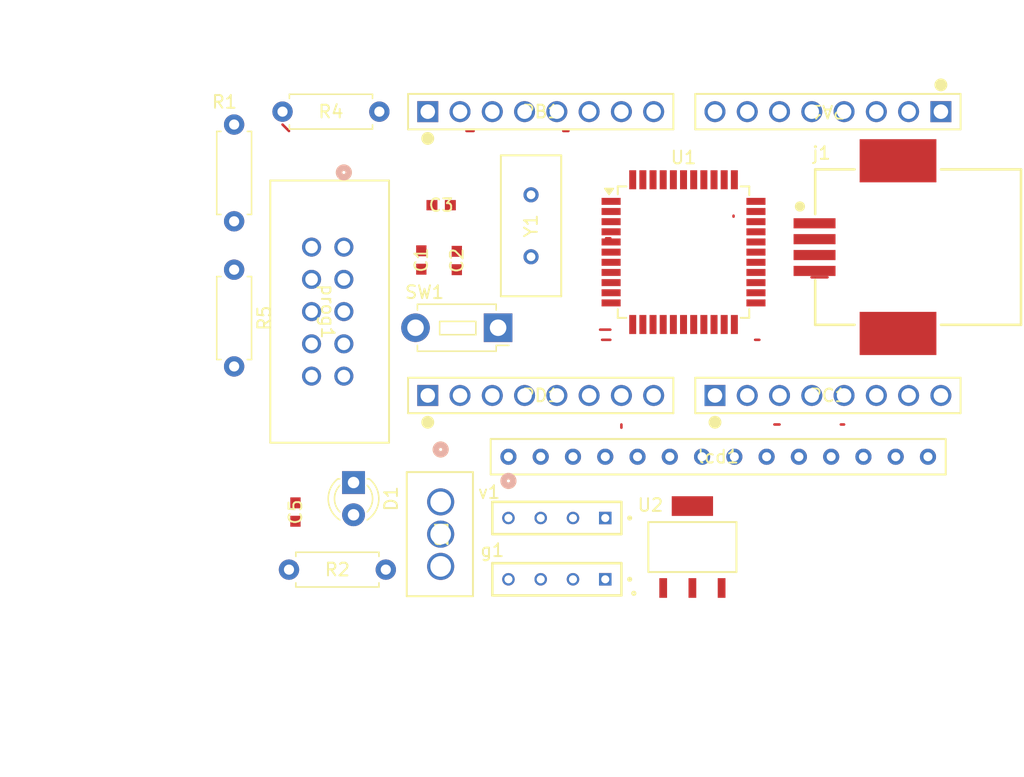
<source format=kicad_pcb>
(kicad_pcb (version 20240108) (generator "pcbnew") (generator_version "8.0")
  (layers (0 "F.Cu" signal) (31 "B.Cu" signal) (34 "B.Paste" user) (35 "F.Paste" user) (36 "B.SilkS" user "B.Silkscreen") (37 "F.SilkS" user "F.Silkscreen") (38 "B.Mask" user) (39 "F.Mask" user) (44 "Edge.Cuts" user))
  (net 0 "")
  (net 1 "/RESET")
  (net 2 "+5")
  (net 3 "Net-(D1-A)")
  (net 4 "Net-(U1-PB4_(~{SS}))")
  (net 5 "/MOSI")
  (net 6 "GND")
  (net 7 "/EN")
  (net 8 "/D2")
  (net 9 "/D6")
  (net 10 "Net-(U1-PD3_(INT1))")
  (net 11 "/D7")
  (net 12 "Net-(U1-PD2_(INT0))")
  (net 13 "Net-(U1-PB1_(T1))")
  (net 14 "/D5")
  (net 15 "Net-(U1-PA5_(ADC5))")
  (net 16 "Net-(U1-PA3_(ADC3))")
  (net 17 "/D4")
  (net 18 "Net-(U1-PB3_(OC0{slash}AIN1))")
  (net 19 "Net-(U1-PB0_(XCK{slash}T0))")
  (net 20 "/D3")
  (net 21 "Net-(U1-PD4_(OC1B))")
  (net 22 "/RS")
  (net 23 "Net-(U1-PB2_(INT2{slash}AIN0))")
  (net 24 "Net-(U1-PA0_(ADC0))")
  (net 25 "/MISO")
  (net 26 "/DO")
  (net 27 "/SCK")
  (net 28 "Net-(U1-XTAL2)")
  (net 29 "Net-(U1-PD1_(TXD))")
  (net 30 "/D1")
  (net 31 "Net-(U1-AREF)")
  (net 32 "Net-(U1-XTAL1)")
  (net 33 "Net-(U1-PA6_(ADC6))")
  (net 34 "Net-(U1-PA2_(ADC2))")
  (net 35 "/RW")
  (net 36 "Net-(U1-PA1_(ADC1))")
  (net 37 "Net-(U1-PD0_(RXD))")
  (net 38 "Net-(U1-PA7_(ADC7))")
  (net 39 "Net-(U1-PA4_(ADC4))")
  (net 40 "Net-(U2-IN)")
  (net 41 "Net-(R3-WIPER)")
  (net 43 "unconnected-(j1-D--Pad2)")
  (footprint "J_footprints:CONN_SBH11-PBPC-D05-ST-BK_SUL" (layer "F.Cu") (at 144.018 52.07 -90)
    (property "Reference" "prog1" (at 5.08 1.27 -90) (layer "F.SilkS"))
    (property "Value" "~")
    (fp_circle (center -5.8801 0) (end -5.4991 0) (stroke (width 0.508)) (fill none) (layer "B.SilkS"))
    (fp_line (start -5.2451 5.7912) (end 15.4051 5.7912) (stroke (width 0.1524)) (layer "F.SilkS"))
    (fp_line (start 15.4051 5.7912) (end 15.4051 -3.556) (stroke (width 0.1524)) (layer "F.SilkS"))
    (fp_line (start -5.2451 -3.556) (end -5.2451 5.7912) (stroke (width 0.1524)) (layer "F.SilkS"))
    (fp_line (start 15.4051 -3.556) (end -5.2451 -3.556) (stroke (width 0.1524)) (layer "F.SilkS"))
    (fp_circle (center -5.8801 0) (end -5.4991 0) (stroke (width 0.508)) (fill none) (layer "F.SilkS"))
    (pad "1" thru_hole circle (at 0 0 270) (size 1.4986 1.4986) (drill 0.9906) (layers "*.Cu" "*.Mask") (net 5 "/MOSI"))
    (pad "2" thru_hole circle (at 0 2.54 270) (size 1.4986 1.4986) (drill 0.9906) (layers "*.Cu" "*.Mask") (net 2 "+5"))
    (pad "3" thru_hole circle (at 2.54 0 270) (size 1.4986 1.4986) (drill 0.9906) (layers "*.Cu" "*.Mask"))
    (pad "4" thru_hole circle (at 2.54 2.54 270) (size 1.4986 1.4986) (drill 0.9906) (layers "*.Cu" "*.Mask") (net 6 "GND"))
    (pad "5" thru_hole circle (at 5.08 0 270) (size 1.4986 1.4986) (drill 0.9906) (layers "*.Cu" "*.Mask") (net 1 "/RESET"))
    (pad "6" thru_hole circle (at 5.08 2.54 270) (size 1.4986 1.4986) (drill 0.9906) (layers "*.Cu" "*.Mask") (net 6 "GND"))
    (pad "7" thru_hole circle (at 7.62 0 270) (size 1.4986 1.4986) (drill 0.9906) (layers "*.Cu" "*.Mask") (net 27 "/SCK"))
    (pad "8" thru_hole circle (at 7.62 2.54 270) (size 1.4986 1.4986) (drill 0.9906) (layers "*.Cu" "*.Mask") (net 6 "GND"))
    (pad "9" thru_hole circle (at 10.16 0 270) (size 1.4986 1.4986) (drill 0.9906) (layers "*.Cu" "*.Mask") (net 25 "/MISO"))
    (pad "10" thru_hole circle (at 10.16 2.54 270) (size 1.4986 1.4986) (drill 0.9906) (layers "*.Cu" "*.Mask") (net 6 "GND"))
  )
  (footprint "J_footprints:G-188_MUR" (layer "F.Cu") (at 151.6761 48.768)
    (property "Reference" "C3" (at 0 0 0) (layer "F.SilkS"))
    (property "Value" "Capacitor 100nF +/-20% 25V 0402")
    (pad "1" smd rect (at -0.7239 0) (size 0.8636 0.8128) (layers "F.Cu" "F.Paste" "F.Mask") (net 6 "GND"))
    (pad "2" smd rect (at 0.7239 0) (size 0.8636 0.8128) (layers "F.Cu" "F.Paste" "F.Mask") (net 31 "Net-(U1-AREF)"))
  )
  (footprint "J_footprints:CONN8_61300811121_WRE" (layer "F.Cu") (at 191.008 41.402 180)
    (property "Reference" "PA1" (at 8.89 0 180) (layer "F.SilkS"))
    (property "Value" "~")
    (fp_line (start 19.3294 1.397) (end 19.3294 -1.397) (stroke (width 0.1524)) (layer "F.SilkS"))
    (fp_line (start 19.3294 -1.397) (end -1.5494 -1.397) (stroke (width 0.1524)) (layer "F.SilkS"))
    (fp_line (start -1.5494 1.397) (end 19.3294 1.397) (stroke (width 0.1524)) (layer "F.SilkS"))
    (fp_line (start -1.5494 -1.397) (end -1.5494 1.397) (stroke (width 0.1524)) (layer "F.SilkS"))
    (fp_circle (center 0 2.1082) (end 0.254 2.1082) (stroke (width 0.508)) (fill none) (layer "F.SilkS"))
    (pad "1" thru_hole rect (at 0 0 180) (size 1.651 1.651) (drill 1.143) (layers "*.Cu" "*.Mask") (net 38 "Net-(U1-PA7_(ADC7))"))
    (pad "2" thru_hole circle (at 2.54 0 180) (size 1.651 1.651) (drill 1.143) (layers "*.Cu" "*.Mask") (net 33 "Net-(U1-PA6_(ADC6))"))
    (pad "3" thru_hole circle (at 5.08 0 180) (size 1.651 1.651) (drill 1.143) (layers "*.Cu" "*.Mask") (net 15 "Net-(U1-PA5_(ADC5))"))
    (pad "4" thru_hole circle (at 7.62 0 180) (size 1.651 1.651) (drill 1.143) (layers "*.Cu" "*.Mask") (net 39 "Net-(U1-PA4_(ADC4))"))
    (pad "5" thru_hole circle (at 10.16 0 180) (size 1.651 1.651) (drill 1.143) (layers "*.Cu" "*.Mask") (net 16 "Net-(U1-PA3_(ADC3))"))
    (pad "6" thru_hole circle (at 12.7 0 180) (size 1.651 1.651) (drill 1.143) (layers "*.Cu" "*.Mask") (net 34 "Net-(U1-PA2_(ADC2))"))
    (pad "7" thru_hole circle (at 15.24 0 180) (size 1.651 1.651) (drill 1.143) (layers "*.Cu" "*.Mask") (net 36 "Net-(U1-PA1_(ADC1))"))
    (pad "8" thru_hole circle (at 17.78 0 180) (size 1.651 1.651) (drill 1.143) (layers "*.Cu" "*.Mask") (net 24 "Net-(U1-PA0_(ADC0))"))
  )
  (footprint "J_footprints:RES3_PV36W103C01B00_BRN" (layer "F.Cu") (at 151.638 72.136 -90)
    (property "Reference" "R3" (at 2.54 0 -90) (layer "F.SilkS"))
    (property "Value" "~")
    (fp_circle (center -4.1275 0) (end -3.7465 0) (stroke (width 0.508)) (fill none) (layer "B.SilkS"))
    (fp_line (start -2.3495 2.667) (end 7.4295 2.667) (stroke (width 0.1524)) (layer "F.SilkS"))
    (fp_line (start 7.4295 2.667) (end 7.4295 -2.54) (stroke (width 0.1524)) (layer "F.SilkS"))
    (fp_line (start -2.3495 -2.54) (end -2.3495 2.667) (stroke (width 0.1524)) (layer "F.SilkS"))
    (fp_line (start 7.4295 -2.54) (end -2.3495 -2.54) (stroke (width 0.1524)) (layer "F.SilkS"))
    (fp_circle (center -4.1275 0) (end -3.7465 0) (stroke (width 0.508)) (fill none) (layer "F.SilkS"))
    (pad "1" thru_hole circle (at 0 0 270) (size 2.1336 2.1336) (drill 1.6256) (layers "*.Cu" "*.Mask") (net 6 "GND"))
    (pad "2" thru_hole circle (at 2.54 0 270) (size 2.1336 2.1336) (drill 1.6256) (layers "*.Cu" "*.Mask") (net 41 "Net-(R3-WIPER)"))
    (pad "3" thru_hole circle (at 5.08 0 270) (size 2.1336 2.1336) (drill 1.6256) (layers "*.Cu" "*.Mask") (net 2 "+5"))
  )
  (footprint "LED_THT:LED_D3.0mm" (layer "F.Cu") (at 144.78 70.612 -90)
    (property "Reference" "D1" (at 1.27 -2.96 90) (layer "F.SilkS"))
    (property "Value" "LED")
    (fp_line (start -0.29 1.08) (end -0.29 1.236) (stroke (width 0.12)) (layer "F.SilkS"))
    (fp_line (start -0.29 -1.236) (end -0.29 -1.08) (stroke (width 0.12)) (layer "F.SilkS"))
    (fp_arc (start 2.31113 1.079837) (mid 1.270117 1.5) (end 0.229039 1.08) (stroke (width 0.12)) (layer "F.SilkS"))
    (fp_arc (start 2.942335 1.078608) (mid 1.366487 1.987659) (end -0.29 1.235516) (stroke (width 0.12)) (layer "F.SilkS"))
    (fp_arc (start 0.229039 -1.08) (mid 1.270117 -1.5) (end 2.31113 -1.079837) (stroke (width 0.12)) (layer "F.SilkS"))
    (fp_arc (start -0.29 -1.235516) (mid 1.366487 -1.987659) (end 2.942335 -1.078608) (stroke (width 0.12)) (layer "F.SilkS"))
    (pad "1" thru_hole rect (at 0 0 270) (size 1.8 1.8) (drill 0.9) (layers "*.Cu" "*.Mask") (net 6 "GND"))
    (pad "2" thru_hole circle (at 2.54 0 270) (size 1.8 1.8) (drill 0.9) (layers "*.Cu" "*.Mask") (net 3 "Net-(D1-A)"))
  )
  (footprint "J_footprints:CONN8_61300811121_WRE" (layer "F.Cu") (at 150.622 63.754)
    (property "Reference" "PD1" (at 8.89 0 0) (layer "F.SilkS"))
    (property "Value" "~")
    (fp_line (start -1.5494 -1.397) (end -1.5494 1.397) (stroke (width 0.1524)) (layer "F.SilkS"))
    (fp_line (start -1.5494 1.397) (end 19.3294 1.397) (stroke (width 0.1524)) (layer "F.SilkS"))
    (fp_line (start 19.3294 -1.397) (end -1.5494 -1.397) (stroke (width 0.1524)) (layer "F.SilkS"))
    (fp_line (start 19.3294 1.397) (end 19.3294 -1.397) (stroke (width 0.1524)) (layer "F.SilkS"))
    (fp_circle (center 0 2.1082) (end 0.254 2.1082) (stroke (width 0.508)) (fill none) (layer "F.SilkS"))
    (pad "1" thru_hole rect (at 0 0) (size 1.651 1.651) (drill 1.143) (layers "*.Cu" "*.Mask") (net 37 "Net-(U1-PD0_(RXD))"))
    (pad "2" thru_hole circle (at 2.54 0) (size 1.651 1.651) (drill 1.143) (layers "*.Cu" "*.Mask") (net 29 "Net-(U1-PD1_(TXD))"))
    (pad "3" thru_hole circle (at 5.08 0) (size 1.651 1.651) (drill 1.143) (layers "*.Cu" "*.Mask") (net 12 "Net-(U1-PD2_(INT0))"))
    (pad "4" thru_hole circle (at 7.62 0) (size 1.651 1.651) (drill 1.143) (layers "*.Cu" "*.Mask") (net 10 "Net-(U1-PD3_(INT1))"))
    (pad "5" thru_hole circle (at 10.16 0) (size 1.651 1.651) (drill 1.143) (layers "*.Cu" "*.Mask") (net 21 "Net-(U1-PD4_(OC1B))"))
    (pad "6" thru_hole circle (at 12.7 0) (size 1.651 1.651) (drill 1.143) (layers "*.Cu" "*.Mask") (net 7 "/EN"))
    (pad "7" thru_hole circle (at 15.24 0) (size 1.651 1.651) (drill 1.143) (layers "*.Cu" "*.Mask") (net 35 "/RW"))
    (pad "8" thru_hole circle (at 17.78 0) (size 1.651 1.651) (drill 1.143) (layers "*.Cu" "*.Mask") (net 22 "/RS"))
  )
  (footprint "Resistor_THT:R_Axial_DIN0207_L6.3mm_D2.5mm_P7.62mm_Horizontal" (layer "F.Cu") (at 135.382 42.418 -90)
    (property "Reference" "R1" (at -1.778 0.762 180) (layer "F.SilkS"))
    (property "Value" "Resistor 470R +/-5% 0805 125 mW")
    (fp_line (start 0.54 1.37) (end 7.08 1.37) (stroke (width 0.12)) (layer "F.SilkS"))
    (fp_line (start 7.08 1.37) (end 7.08 1.04) (stroke (width 0.12)) (layer "F.SilkS"))
    (fp_line (start 0.54 1.04) (end 0.54 1.37) (stroke (width 0.12)) (layer "F.SilkS"))
    (fp_line (start 0.54 -1.04) (end 0.54 -1.37) (stroke (width 0.12)) (layer "F.SilkS"))
    (fp_line (start 0.54 -1.37) (end 7.08 -1.37) (stroke (width 0.12)) (layer "F.SilkS"))
    (fp_line (start 7.08 -1.37) (end 7.08 -1.04) (stroke (width 0.12)) (layer "F.SilkS"))
    (pad "1" thru_hole circle (at 0 0 270) (size 1.6 1.6) (drill 0.8) (layers "*.Cu" "*.Mask") (net 2 "+5"))
    (pad "2" thru_hole oval (at 7.62 0 270) (size 1.6 1.6) (drill 0.8) (layers "*.Cu" "*.Mask") (net 1 "/RESET"))
  )
  (footprint "J_footprints:G-188_MUR" (layer "F.Cu") (at 150.114 53.086 90)
    (property "Reference" "C1" (at 0 0 90) (layer "F.SilkS"))
    (property "Value" "Capacitor 100nF +/-20% 25V 0402")
    (pad "1" smd rect (at -0.7239 0 90) (size 0.8636 0.8128) (layers "F.Cu" "F.Paste" "F.Mask") (net 32 "Net-(U1-XTAL1)"))
    (pad "2" smd rect (at 0.7239 0 90) (size 0.8636 0.8128) (layers "F.Cu" "F.Paste" "F.Mask") (net 6 "GND"))
  )
  (footprint "Button_Switch_THT:SW_PUSH_1P1T_6x3.5mm_H5.0_APEM_MJTP1250" (layer "F.Cu") (at 156.158 58.42 180)
    (property "Reference" "SW1" (at 5.79 2.794 0) (layer "F.SilkS"))
    (property "Value" "SW_Push")
    (fp_line (start 6.35 1.39) (end 6.35 1.85) (stroke (width 0.12)) (layer "F.SilkS"))
    (fp_line (start 6.35 -1.85) (end 6.35 -1.39) (stroke (width 0.12)) (layer "F.SilkS"))
    (fp_line (start 6.35 -1.85) (end 0.15 -1.85) (stroke (width 0.12)) (layer "F.SilkS"))
    (fp_line (start 0.15 1.85) (end 6.35 1.85) (stroke (width 0.12)) (layer "F.SilkS"))
    (fp_line (start 0.15 1.39) (end 0.15 1.85) (stroke (width 0.12)) (layer "F.SilkS"))
    (fp_line (start 0.15 -1.39) (end -0.85 -1.39) (stroke (width 0.12)) (layer "F.SilkS"))
    (fp_line (start 0.15 -1.85) (end 0.15 -1.39) (stroke (width 0.12)) (layer "F.SilkS"))
    (fp_rect (start 1.75 -0.55) (end 4.6 0.5) (stroke (width 0.12)) (fill none) (layer "F.SilkS"))
    (pad "1" thru_hole rect (at 0 0 270) (size 2.25 2.25) (drill 1.3) (layers "*.Cu" "*.Mask") (net 6 "GND"))
    (pad "2" thru_hole circle (at 6.5 0 270) (size 2.25 2.25) (drill 1.3) (layers "*.Cu" "*.Mask") (net 1 "/RESET"))
  )
  (footprint "J_footprints:G-188_MUR" (layer "F.Cu") (at 152.908 53.1241 90)
    (property "Reference" "C2" (at 0 0 90) (layer "F.SilkS"))
    (property "Value" "Capacitor 100nF +/-20% 25V 0402")
    (pad "1" smd rect (at -0.7239 0 90) (size 0.8636 0.8128) (layers "F.Cu" "F.Paste" "F.Mask") (net 28 "Net-(U1-XTAL2)"))
    (pad "2" smd rect (at 0.7239 0 90) (size 0.8636 0.8128) (layers "F.Cu" "F.Paste" "F.Mask") (net 6 "GND"))
  )
  (footprint "J_footprints:CONN8_61300811121_WRE" (layer "F.Cu") (at 173.228 63.754)
    (property "Reference" "PC1" (at 8.89 0 0) (layer "F.SilkS"))
    (property "Value" "~")
    (fp_line (start -1.5494 -1.397) (end -1.5494 1.397) (stroke (width 0.1524)) (layer "F.SilkS"))
    (fp_line (start -1.5494 1.397) (end 19.3294 1.397) (stroke (width 0.1524)) (layer "F.SilkS"))
    (fp_line (start 19.3294 -1.397) (end -1.5494 -1.397) (stroke (width 0.1524)) (layer "F.SilkS"))
    (fp_line (start 19.3294 1.397) (end 19.3294 -1.397) (stroke (width 0.1524)) (layer "F.SilkS"))
    (fp_circle (center 0 2.1082) (end 0.254 2.1082) (stroke (width 0.508)) (fill none) (layer "F.SilkS"))
    (pad "1" thru_hole rect (at 0 0) (size 1.651 1.651) (drill 1.143) (layers "*.Cu" "*.Mask") (net 26 "/DO"))
    (pad "2" thru_hole circle (at 2.54 0) (size 1.651 1.651) (drill 1.143) (layers "*.Cu" "*.Mask") (net 30 "/D1"))
    (pad "3" thru_hole circle (at 5.08 0) (size 1.651 1.651) (drill 1.143) (layers "*.Cu" "*.Mask") (net 8 "/D2"))
    (pad "4" thru_hole circle (at 7.62 0) (size 1.651 1.651) (drill 1.143) (layers "*.Cu" "*.Mask") (net 20 "/D3"))
    (pad "5" thru_hole circle (at 10.16 0) (size 1.651 1.651) (drill 1.143) (layers "*.Cu" "*.Mask") (net 17 "/D4"))
    (pad "6" thru_hole circle (at 12.7 0) (size 1.651 1.651) (drill 1.143) (layers "*.Cu" "*.Mask") (net 14 "/D5"))
    (pad "7" thru_hole circle (at 15.24 0) (size 1.651 1.651) (drill 1.143) (layers "*.Cu" "*.Mask") (net 9 "/D6"))
    (pad "8" thru_hole circle (at 17.78 0) (size 1.651 1.651) (drill 1.143) (layers "*.Cu" "*.Mask") (net 11 "/D7"))
  )
  (footprint "J_footprints:CON14_1X14_TU_HTS_SAI" (layer "F.Cu") (at 173.482 68.58)
    (property "Reference" "lcd1" (at 0 0 0) (layer "F.SilkS"))
    (property "Value" "lcd")
    (fp_circle (center -16.51 1.905) (end -16.129 1.905) (stroke (width 0.508)) (fill none) (layer "B.SilkS"))
    (fp_line (start -17.907 -1.397) (end -17.907 1.397) (stroke (width 0.1524)) (layer "F.SilkS"))
    (fp_line (start -17.907 1.397) (end 17.907 1.397) (stroke (width 0.1524)) (layer "F.SilkS"))
    (fp_line (start 17.907 -1.397) (end -17.907 -1.397) (stroke (width 0.1524)) (layer "F.SilkS"))
    (fp_line (start 17.907 1.397) (end 17.907 -1.397) (stroke (width 0.1524)) (layer "F.SilkS"))
    (fp_circle (center -16.51 1.905) (end -16.129 1.905) (stroke (width 0.508)) (fill none) (layer "F.SilkS"))
    (pad "1" thru_hole circle (at -16.51 0 90) (size 1.27 1.27) (drill 0.7112) (layers "*.Cu" "*.Mask") (net 6 "GND"))
    (pad "2" thru_hole circle (at -13.97 0 90) (size 1.27 1.27) (drill 0.7112) (layers "*.Cu" "*.Mask") (net 2 "+5"))
    (pad "3" thru_hole circle (at -11.43 0 90) (size 1.27 1.27) (drill 0.7112) (layers "*.Cu" "*.Mask") (net 41 "Net-(R3-WIPER)"))
    (pad "4" thru_hole circle (at -8.89 0 90) (size 1.27 1.27) (drill 0.7112) (layers "*.Cu" "*.Mask") (net 22 "/RS"))
    (pad "5" thru_hole circle (at -6.35 0 90) (size 1.27 1.27) (drill 0.7112) (layers "*.Cu" "*.Mask") (net 35 "/RW"))
    (pad "6" thru_hole circle (at -3.81 0 90) (size 1.27 1.27) (drill 0.7112) (layers "*.Cu" "*.Mask") (net 7 "/EN"))
    (pad "7" thru_hole circle (at -1.27 0 90) (size 1.27 1.27) (drill 0.7112) (layers "*.Cu" "*.Mask") (net 26 "/DO"))
    (pad "8" thru_hole circle (at 1.27 0 90) (size 1.27 1.27) (drill 0.7112) (layers "*.Cu" "*.Mask") (net 30 "/D1"))
    (pad "9" thru_hole circle (at 3.81 0 90) (size 1.27 1.27) (drill 0.7112) (layers "*.Cu" "*.Mask") (net 8 "/D2"))
    (pad "10" thru_hole circle (at 6.35 0 90) (size 1.27 1.27) (drill 0.7112) (layers "*.Cu" "*.Mask") (net 20 "/D3"))
    (pad "11" thru_hole circle (at 8.89 0 90) (size 1.27 1.27) (drill 0.7112) (layers "*.Cu" "*.Mask") (net 17 "/D4"))
    (pad "12" thru_hole circle (at 11.43 0 90) (size 1.27 1.27) (drill 0.7112) (layers "*.Cu" "*.Mask") (net 14 "/D5"))
    (pad "13" thru_hole circle (at 13.97 0 90) (size 1.27 1.27) (drill 0.7112) (layers "*.Cu" "*.Mask") (net 9 "/D6"))
    (pad "14" thru_hole circle (at 16.51 0 90) (size 1.27 1.27) (drill 0.7112) (layers "*.Cu" "*.Mask") (net 11 "/D7"))
  )
  (footprint "J_footprints:SOT223-3_ONS" (layer "F.Cu") (at 171.45 75.692)
    (property "Reference" "U2" (at -3.302 -3.302 0) (layer "F.SilkS"))
    (property "Value" "NCP1117ST33T3G")
    (fp_poly (pts (xy 1.6256 -4.0005) (xy -1.6256 -4.0005) (xy -1.6256 -2.4511) (xy 1.6256 -2.4511)) (fill solid) (layer "F.Cu"))
    (fp_line (start -3.4671 -1.9685) (end -3.4671 1.9685) (stroke (width 0.1524)) (layer "F.SilkS"))
    (fp_line (start -3.4671 1.9685) (end 3.4671 1.9685) (stroke (width 0.1524)) (layer "F.SilkS"))
    (fp_line (start 3.4671 -1.9685) (end -3.4671 -1.9685) (stroke (width 0.1524)) (layer "F.SilkS"))
    (fp_line (start 3.4671 1.9685) (end 3.4671 -1.9685) (stroke (width 0.1524)) (layer "F.SilkS"))
    (fp_circle (center -4.6101 3.6449) (end -4.4831 3.6449) (stroke (width 0.1524)) (fill none) (layer "F.SilkS"))
    (pad "1" smd rect (at -2.2987 3.2258) (size 0.6096 1.5494) (layers "F.Cu" "F.Paste" "F.Mask") (net 6 "GND"))
    (pad "2" smd rect (at 0 3.2258) (size 0.6096 1.5494) (layers "F.Cu" "F.Paste" "F.Mask") (net 2 "+5"))
    (pad "3" smd rect (at 2.2987 3.2258) (size 0.6096 1.5494) (layers "F.Cu" "F.Paste" "F.Mask") (net 40 "Net-(U2-IN)"))
  )
  (footprint "J_footprints:62910416121" (layer "F.Cu") (at 188.214 52.07 90)
    (property "Reference" "j1" (at 7.41 -6.604 180) (layer "F.SilkS"))
    (property "Value" "62910416121")
    (fp_line (start 6.12 -7.1) (end 6.12 -4) (stroke (width 0.2)) (layer "F.SilkS"))
    (fp_line (start 2.6 -7.1) (end 6.12 -7.1) (stroke (width 0.2)) (layer "F.SilkS"))
    (fp_line (start -2.6 -7.1) (end -6.12 -7.1) (stroke (width 0.2)) (layer "F.SilkS"))
    (fp_line (start -6.12 -7.1) (end -6.12 -4) (stroke (width 0.2)) (layer "F.SilkS"))
    (fp_line (start -6.12 2.8) (end -6.12 9.1) (stroke (width 0.2)) (layer "F.SilkS"))
    (fp_line (start 6.12 9.1) (end 6.12 2.8) (stroke (width 0.2)) (layer "F.SilkS"))
    (fp_line (start -6.12 9.1) (end 6.12 9.1) (stroke (width 0.2)) (layer "F.SilkS"))
    (fp_circle (center 3.2 -8.3) (end 3.4 -8.3) (stroke (width 0.4)) (fill none) (layer "F.SilkS"))
    (pad "" np_thru_hole circle (at -2.75 0 90) (size 1.3 1.3) (drill 1.3) (layers "*.Cu" "*.Mask"))
    (pad "" np_thru_hole circle (at 2.75 0 90) (size 1.3 1.3) (drill 1.3) (layers "*.Cu" "*.Mask"))
    (pad "1" smd rect (at 1.875 -7.15 270) (size 0.8 3.3) (layers "F.Cu" "F.Paste" "F.Mask") (net 40 "Net-(U2-IN)"))
    (pad "2" smd rect (at -0.625 -7.15 270) (size 0.8 3.3) (layers "F.Cu" "F.Paste" "F.Mask") (net 43 "unconnected-(j1-D--Pad2)"))
    (pad "3" smd rect (at -1.875 -7.15 270) (size 0.8 3.3) (layers "F.Cu" "F.Paste" "F.Mask"))
    (pad "4" smd rect (at 0.625 -7.15 270) (size 0.8 3.3) (layers "F.Cu" "F.Paste" "F.Mask") (net 6 "GND"))
    (pad "S1" smd rect (at -6.8 -0.58 270) (size 3.4 6.04) (layers "F.Cu" "F.Paste" "F.Mask"))
    (pad "S2" smd rect (at 6.8 -0.58 270) (size 3.4 6.04) (layers "F.Cu" "F.Paste" "F.Mask"))
  )
  (footprint "J_footprints:CONN8_61300811121_WRE" (layer "F.Cu") (at 150.622 41.402)
    (property "Reference" "PB1" (at 8.89 0 0) (layer "F.SilkS"))
    (property "Value" "~")
    (fp_line (start -1.5494 -1.397) (end -1.5494 1.397) (stroke (width 0.1524)) (layer "F.SilkS"))
    (fp_line (start -1.5494 1.397) (end 19.3294 1.397) (stroke (width 0.1524)) (layer "F.SilkS"))
    (fp_line (start 19.3294 -1.397) (end -1.5494 -1.397) (stroke (width 0.1524)) (layer "F.SilkS"))
    (fp_line (start 19.3294 1.397) (end 19.3294 -1.397) (stroke (width 0.1524)) (layer "F.SilkS"))
    (fp_circle (center 0 2.1082) (end 0.254 2.1082) (stroke (width 0.508)) (fill none) (layer "F.SilkS"))
    (pad "1" thru_hole rect (at 0 0) (size 1.651 1.651) (drill 1.143) (layers "*.Cu" "*.Mask") (net 27 "/SCK"))
    (pad "2" thru_hole circle (at 2.54 0) (size 1.651 1.651) (drill 1.143) (layers "*.Cu" "*.Mask") (net 25 "/MISO"))
    (pad "3" thru_hole circle (at 5.08 0) (size 1.651 1.651) (drill 1.143) (layers "*.Cu" "*.Mask") (net 5 "/MOSI"))
    (pad "4" thru_hole circle (at 7.62 0) (size 1.651 1.651) (drill 1.143) (layers "*.Cu" "*.Mask") (net 4 "Net-(U1-PB4_(~{SS}))"))
    (pad "5" thru_hole circle (at 10.16 0) (size 1.651 1.651) (drill 1.143) (layers "*.Cu" "*.Mask") (net 18 "Net-(U1-PB3_(OC0{slash}AIN1))"))
    (pad "6" thru_hole circle (at 12.7 0) (size 1.651 1.651) (drill 1.143) (layers "*.Cu" "*.Mask") (net 23 "Net-(U1-PB2_(INT2{slash}AIN0))"))
    (pad "7" thru_hole circle (at 15.24 0) (size 1.651 1.651) (drill 1.143) (layers "*.Cu" "*.Mask") (net 13 "Net-(U1-PB1_(T1))"))
    (pad "8" thru_hole circle (at 17.78 0) (size 1.651 1.651) (drill 1.143) (layers "*.Cu" "*.Mask") (net 19 "Net-(U1-PB0_(XCK{slash}T0))"))
  )
  (footprint "Resistor_THT:R_Axial_DIN0207_L6.3mm_D2.5mm_P7.62mm_Horizontal" (layer "F.Cu") (at 135.382 53.848 -90)
    (property "Reference" "R5" (at 3.81 -2.37 90) (layer "F.SilkS"))
    (property "Value" "Resistor 470R +/-5% 0805 125 mW")
    (fp_line (start 0.54 1.37) (end 7.08 1.37) (stroke (width 0.12)) (layer "F.SilkS"))
    (fp_line (start 7.08 1.37) (end 7.08 1.04) (stroke (width 0.12)) (layer "F.SilkS"))
    (fp_line (start 0.54 1.04) (end 0.54 1.37) (stroke (width 0.12)) (layer "F.SilkS"))
    (fp_line (start 0.54 -1.04) (end 0.54 -1.37) (stroke (width 0.12)) (layer "F.SilkS"))
    (fp_line (start 0.54 -1.37) (end 7.08 -1.37) (stroke (width 0.12)) (layer "F.SilkS"))
    (fp_line (start 7.08 -1.37) (end 7.08 -1.04) (stroke (width 0.12)) (layer "F.SilkS"))
    (pad "1" thru_hole circle (at 0 0 270) (size 1.6 1.6) (drill 0.8) (layers "*.Cu" "*.Mask") (net 2 "+5"))
    (pad "2" thru_hole oval (at 7.62 0 270) (size 1.6 1.6) (drill 0.8) (layers "*.Cu" "*.Mask") (net 5 "/MOSI"))
  )
  (footprint "J_footprints:SAMTEC_TS-104-T-AA" (layer "F.Cu") (at 160.782 73.406 180)
    (property "Reference" "v1" (at 5.334 2.032 360) (layer "F.SilkS"))
    (property "Value" "5v")
    (fp_line (start 5.08 1.27) (end -5.08 1.27) (stroke (width 0.2)) (layer "F.SilkS"))
    (fp_line (start 5.08 -1.27) (end 5.08 1.27) (stroke (width 0.2)) (layer "F.SilkS"))
    (fp_line (start 5.08 -1.27) (end -5.08 -1.27) (stroke (width 0.2)) (layer "F.SilkS"))
    (fp_line (start -5.08 1.27) (end -5.08 -1.27) (stroke (width 0.2)) (layer "F.SilkS"))
    (fp_circle (center -5.73 0) (end -5.63 0) (stroke (width 0.2)) (fill none) (layer "F.SilkS"))
    (pad "01" thru_hole rect (at -3.81 0 180) (size 0.985 0.985) (drill 0.635) (layers "*.Cu" "*.Mask"))
    (pad "02" thru_hole circle (at -1.27 0 180) (size 0.985 0.985) (drill 0.635) (layers "*.Cu" "*.Mask"))
    (pad "03" thru_hole circle (at 1.27 0 180) (size 0.985 0.985) (drill 0.635) (layers "*.Cu" "*.Mask"))
    (pad "04" thru_hole circle (at 3.81 0 180) (size 0.985 0.985) (drill 0.635) (layers "*.Cu" "*.Mask"))
  )
  (footprint "J_footprints:G-188_MUR" (layer "F.Cu") (at 140.208 72.9361 90)
    (property "Reference" "C5" (at 0 0 90) (layer "F.SilkS"))
    (property "Value" "Capacitor 100nF +/-20% 25V 0402")
    (pad "1" smd rect (at -0.7239 0 90) (size 0.8636 0.8128) (layers "F.Cu" "F.Paste" "F.Mask") (net 2 "+5"))
    (pad "2" smd rect (at 0.7239 0 90) (size 0.8636 0.8128) (layers "F.Cu" "F.Paste" "F.Mask") (net 6 "GND"))
  )
  (footprint "J_footprints:ATS08A-E_CTS" (layer "F.Cu") (at 158.75 52.832 90)
    (property "Reference" "Y1" (at 2.44 0 90) (layer "F.SilkS"))
    (property "Value" "8MHz")
    (fp_line (start 7.9899 -2.3749) (end -3.1099 -2.3749) (stroke (width 0.1524)) (layer "F.SilkS"))
    (fp_line (start 7.9899 -2.3749) (end 7.9899 2.3749) (stroke (width 0.1524)) (layer "F.SilkS"))
    (fp_line (start -3.1099 -2.3749) (end -3.1099 2.3749) (stroke (width 0.1524)) (layer "F.SilkS"))
    (fp_line (start 7.9899 2.3749) (end -3.1099 2.3749) (stroke (width 0.1524)) (layer "F.SilkS"))
    (pad "1" thru_hole circle (at 0 0 90) (size 1.1938 1.1938) (drill 0.6858) (layers "*.Cu" "*.Mask") (net 28 "Net-(U1-XTAL2)"))
    (pad "2" thru_hole circle (at 4.880001 0 90) (size 1.1938 1.1938) (drill 0.6858) (layers "*.Cu" "*.Mask") (net 32 "Net-(U1-XTAL1)"))
  )
  (footprint "Resistor_THT:R_Axial_DIN0207_L6.3mm_D2.5mm_P7.62mm_Horizontal" (layer "F.Cu") (at 139.192 41.402)
    (property "Reference" "R4" (at 3.81 0 0) (layer "F.SilkS"))
    (property "Value" "Resistor 470R +/-5% 0805 125 mW")
    (fp_line (start 0.54 -1.37) (end 7.08 -1.37) (stroke (width 0.12)) (layer "F.SilkS"))
    (fp_line (start 0.54 -1.04) (end 0.54 -1.37) (stroke (width 0.12)) (layer "F.SilkS"))
    (fp_line (start 0.54 1.04) (end 0.54 1.37) (stroke (width 0.12)) (layer "F.SilkS"))
    (fp_line (start 0.54 1.37) (end 7.08 1.37) (stroke (width 0.12)) (layer "F.SilkS"))
    (fp_line (start 7.08 -1.37) (end 7.08 -1.04) (stroke (width 0.12)) (layer "F.SilkS"))
    (fp_line (start 7.08 1.37) (end 7.08 1.04) (stroke (width 0.12)) (layer "F.SilkS"))
    (pad "1" thru_hole circle (at 0 0) (size 1.6 1.6) (drill 0.8) (layers "*.Cu" "*.Mask") (net 2 "+5"))
    (pad "2" thru_hole oval (at 7.62 0) (size 1.6 1.6) (drill 0.8) (layers "*.Cu" "*.Mask") (net 4 "Net-(U1-PB4_(~{SS}))"))
  )
  (footprint "Package_QFP:TQFP-44_10x10mm_P0.8mm" (layer "F.Cu") (at 170.752 52.466)
    (property "Reference" "U1" (at 0 -7.45 0) (layer "F.SilkS"))
    (property "Value" "ATmega16A-AU")
    (fp_line (start -5.175 -5.175) (end -5.175 -4.56) (stroke (width 0.15)) (layer "F.SilkS"))
    (fp_line (start -5.175 -5.175) (end -4.5 -5.175) (stroke (width 0.15)) (layer "F.SilkS"))
    (fp_line (start -5.175 5.175) (end -5.175 4.5) (stroke (width 0.15)) (layer "F.SilkS"))
    (fp_line (start -5.175 5.175) (end -4.5 5.175) (stroke (width 0.15)) (layer "F.SilkS"))
    (fp_line (start 5.175 -5.175) (end 4.5 -5.175) (stroke (width 0.15)) (layer "F.SilkS"))
    (fp_line (start 5.175 -5.175) (end 5.175 -4.5) (stroke (width 0.15)) (layer "F.SilkS"))
    (fp_line (start 5.175 5.175) (end 4.5 5.175) (stroke (width 0.15)) (layer "F.SilkS"))
    (fp_line (start 5.175 5.175) (end 5.175 4.5) (stroke (width 0.15)) (layer "F.SilkS"))
    (fp_poly (pts (xy -5.86 -4.54) (xy -6.2 -5.01) (xy -5.52 -5.01) (xy -5.86 -4.54)) (stroke (width 0.12)) (fill solid) (layer "F.SilkS"))
    (pad "1" smd rect (at -5.7 -4) (size 1.5 0.55) (layers "F.Cu" "F.Paste" "F.Mask") (net 5 "/MOSI"))
    (pad "2" smd rect (at -5.7 -3.2) (size 1.5 0.55) (layers "F.Cu" "F.Paste" "F.Mask") (net 25 "/MISO"))
    (pad "3" smd rect (at -5.7 -2.4) (size 1.5 0.55) (layers "F.Cu" "F.Paste" "F.Mask") (net 27 "/SCK"))
    (pad "4" smd rect (at -5.7 -1.6) (size 1.5 0.55) (layers "F.Cu" "F.Paste" "F.Mask") (net 1 "/RESET"))
    (pad "5" smd rect (at -5.7 -0.8) (size 1.5 0.55) (layers "F.Cu" "F.Paste" "F.Mask") (net 2 "+5"))
    (pad "6" smd rect (at -5.7 0) (size 1.5 0.55) (layers "F.Cu" "F.Paste" "F.Mask") (net 6 "GND"))
    (pad "7" smd rect (at -5.7 0.8) (size 1.5 0.55) (layers "F.Cu" "F.Paste" "F.Mask") (net 28 "Net-(U1-XTAL2)"))
    (pad "8" smd rect (at -5.7 1.6) (size 1.5 0.55) (layers "F.Cu" "F.Paste" "F.Mask") (net 32 "Net-(U1-XTAL1)"))
    (pad "9" smd rect (at -5.7 2.4) (size 1.5 0.55) (layers "F.Cu" "F.Paste" "F.Mask") (net 37 "Net-(U1-PD0_(RXD))"))
    (pad "10" smd rect (at -5.7 3.2) (size 1.5 0.55) (layers "F.Cu" "F.Paste" "F.Mask") (net 29 "Net-(U1-PD1_(TXD))"))
    (pad "11" smd rect (at -5.7 4) (size 1.5 0.55) (layers "F.Cu" "F.Paste" "F.Mask") (net 12 "Net-(U1-PD2_(INT0))"))
    (pad "12" smd rect (at -4 5.7 90) (size 1.5 0.55) (layers "F.Cu" "F.Paste" "F.Mask") (net 10 "Net-(U1-PD3_(INT1))"))
    (pad "13" smd rect (at -3.2 5.7 90) (size 1.5 0.55) (layers "F.Cu" "F.Paste" "F.Mask") (net 21 "Net-(U1-PD4_(OC1B))"))
    (pad "14" smd rect (at -2.4 5.7 90) (size 1.5 0.55) (layers "F.Cu" "F.Paste" "F.Mask") (net 7 "/EN"))
    (pad "15" smd rect (at -1.6 5.7 90) (size 1.5 0.55) (layers "F.Cu" "F.Paste" "F.Mask") (net 35 "/RW"))
    (pad "16" smd rect (at -0.8 5.7 90) (size 1.5 0.55) (layers "F.Cu" "F.Paste" "F.Mask") (net 22 "/RS"))
    (pad "17" smd rect (at 0 5.7 90) (size 1.5 0.55) (layers "F.Cu" "F.Paste" "F.Mask") (net 2 "+5"))
    (pad "18" smd rect (at 0.8 5.7 90) (size 1.5 0.55) (layers "F.Cu" "F.Paste" "F.Mask") (net 6 "GND"))
    (pad "19" smd rect (at 1.6 5.7 90) (size 1.5 0.55) (layers "F.Cu" "F.Paste" "F.Mask") (net 26 "/DO"))
    (pad "20" smd rect (at 2.4 5.7 90) (size 1.5 0.55) (layers "F.Cu" "F.Paste" "F.Mask") (net 30 "/D1"))
    (pad "21" smd rect (at 3.2 5.7 90) (size 1.5 0.55) (layers "F.Cu" "F.Paste" "F.Mask") (net 8 "/D2"))
    (pad "22" smd rect (at 4 5.7 90) (size 1.5 0.55) (layers "F.Cu" "F.Paste" "F.Mask") (net 20 "/D3"))
    (pad "23" smd rect (at 5.7 4) (size 1.5 0.55) (layers "F.Cu" "F.Paste" "F.Mask") (net 17 "/D4"))
    (pad "24" smd rect (at 5.7 3.2) (size 1.5 0.55) (layers "F.Cu" "F.Paste" "F.Mask") (net 14 "/D5"))
    (pad "25" smd rect (at 5.7 2.4) (size 1.5 0.55) (layers "F.Cu" "F.Paste" "F.Mask") (net 9 "/D6"))
    (pad "26" smd rect (at 5.7 1.6) (size 1.5 0.55) (layers "F.Cu" "F.Paste" "F.Mask") (net 11 "/D7"))
    (pad "27" smd rect (at 5.7 0.8) (size 1.5 0.55) (layers "F.Cu" "F.Paste" "F.Mask") (net 2 "+5"))
    (pad "28" smd rect (at 5.7 0) (size 1.5 0.55) (layers "F.Cu" "F.Paste" "F.Mask") (net 6 "GND"))
    (pad "29" smd rect (at 5.7 -0.8) (size 1.5 0.55) (layers "F.Cu" "F.Paste" "F.Mask") (net 31 "Net-(U1-AREF)"))
    (pad "30" smd rect (at 5.7 -1.6) (size 1.5 0.55) (layers "F.Cu" "F.Paste" "F.Mask") (net 38 "Net-(U1-PA7_(ADC7))"))
    (pad "31" smd rect (at 5.7 -2.4) (size 1.5 0.55) (layers "F.Cu" "F.Paste" "F.Mask") (net 33 "Net-(U1-PA6_(ADC6))"))
    (pad "32" smd rect (at 5.7 -3.2) (size 1.5 0.55) (layers "F.Cu" "F.Paste" "F.Mask") (net 15 "Net-(U1-PA5_(ADC5))"))
    (pad "33" smd rect (at 5.7 -4) (size 1.5 0.55) (layers "F.Cu" "F.Paste" "F.Mask") (net 39 "Net-(U1-PA4_(ADC4))"))
    (pad "34" smd rect (at 4 -5.7 90) (size 1.5 0.55) (layers "F.Cu" "F.Paste" "F.Mask") (net 16 "Net-(U1-PA3_(ADC3))"))
    (pad "35" smd rect (at 3.2 -5.7 90) (size 1.5 0.55) (layers "F.Cu" "F.Paste" "F.Mask") (net 34 "Net-(U1-PA2_(ADC2))"))
    (pad "36" smd rect (at 2.4 -5.7 90) (size 1.5 0.55) (layers "F.Cu" "F.Paste" "F.Mask") (net 36 "Net-(U1-PA1_(ADC1))"))
    (pad "37" smd rect (at 1.6 -5.7 90) (size 1.5 0.55) (layers "F.Cu" "F.Paste" "F.Mask") (net 24 "Net-(U1-PA0_(ADC0))"))
    (pad "38" smd rect (at 0.8 -5.7 90) (size 1.5 0.55) (layers "F.Cu" "F.Paste" "F.Mask") (net 2 "+5"))
    (pad "39" smd rect (at 0 -5.7 90) (size 1.5 0.55) (layers "F.Cu" "F.Paste" "F.Mask") (net 6 "GND"))
    (pad "40" smd rect (at -0.8 -5.7 90) (size 1.5 0.55) (layers "F.Cu" "F.Paste" "F.Mask") (net 19 "Net-(U1-PB0_(XCK{slash}T0))"))
    (pad "41" smd rect (at -1.6 -5.7 90) (size 1.5 0.55) (layers "F.Cu" "F.Paste" "F.Mask") (net 13 "Net-(U1-PB1_(T1))"))
    (pad "42" smd rect (at -2.4 -5.7 90) (size 1.5 0.55) (layers "F.Cu" "F.Paste" "F.Mask") (net 23 "Net-(U1-PB2_(INT2{slash}AIN0))"))
    (pad "43" smd rect (at -3.2 -5.7 90) (size 1.5 0.55) (layers "F.Cu" "F.Paste" "F.Mask") (net 18 "Net-(U1-PB3_(OC0{slash}AIN1))"))
    (pad "44" smd rect (at -4 -5.7 90) (size 1.5 0.55) (layers "F.Cu" "F.Paste" "F.Mask") (net 4 "Net-(U1-PB4_(~{SS}))"))
  )
  (footprint "J_footprints:SAMTEC_TS-104-T-AA" (layer "F.Cu") (at 160.782 78.232 180)
    (property "Reference" "g1" (at 5.08 2.286 360) (layer "F.SilkS"))
    (property "Value" "61000418221")
    (fp_line (start 5.08 1.27) (end -5.08 1.27) (stroke (width 0.2)) (layer "F.SilkS"))
    (fp_line (start 5.08 -1.27) (end 5.08 1.27) (stroke (width 0.2)) (layer "F.SilkS"))
    (fp_line (start 5.08 -1.27) (end -5.08 -1.27) (stroke (width 0.2)) (layer "F.SilkS"))
    (fp_line (start -5.08 1.27) (end -5.08 -1.27) (stroke (width 0.2)) (layer "F.SilkS"))
    (fp_circle (center -5.73 0) (end -5.63 0) (stroke (width 0.2)) (fill none) (layer "F.SilkS"))
    (pad "01" thru_hole rect (at -3.81 0 180) (size 0.985 0.985) (drill 0.635) (layers "*.Cu" "*.Mask"))
    (pad "02" thru_hole circle (at -1.27 0 180) (size 0.985 0.985) (drill 0.635) (layers "*.Cu" "*.Mask"))
    (pad "03" thru_hole circle (at 1.27 0 180) (size 0.985 0.985) (drill 0.635) (layers "*.Cu" "*.Mask"))
    (pad "04" thru_hole circle (at 3.81 0 180) (size 0.985 0.985) (drill 0.635) (layers "*.Cu" "*.Mask"))
  )
  (footprint "Resistor_THT:R_Axial_DIN0207_L6.3mm_D2.5mm_P7.62mm_Horizontal" (layer "F.Cu") (at 147.32 77.47 180)
    (property "Reference" "R2" (at 3.81 0 0) (layer "F.SilkS"))
    (property "Value" "Resistor 470R +/-5% 0805 125 mW")
    (fp_line (start 7.08 1.37) (end 7.08 1.04) (stroke (width 0.12)) (layer "F.SilkS"))
    (fp_line (start 7.08 -1.37) (end 7.08 -1.04) (stroke (width 0.12)) (layer "F.SilkS"))
    (fp_line (start 0.54 1.37) (end 7.08 1.37) (stroke (width 0.12)) (layer "F.SilkS"))
    (fp_line (start 0.54 1.04) (end 0.54 1.37) (stroke (width 0.12)) (layer "F.SilkS"))
    (fp_line (start 0.54 -1.04) (end 0.54 -1.37) (stroke (width 0.12)) (layer "F.SilkS"))
    (fp_line (start 0.54 -1.37) (end 7.08 -1.37) (stroke (width 0.12)) (layer "F.SilkS"))
    (pad "1" thru_hole circle (at 0 0 180) (size 1.6 1.6) (drill 0.8) (layers "*.Cu" "*.Mask") (net 3 "Net-(D1-A)"))
    (pad "2" thru_hole oval (at 7.62 0 180) (size 1.6 1.6) (drill 0.8) (layers "*.Cu" "*.Mask") (net 2 "+5"))
  )
  (segment (start 139.192 42.418) (end 139.7 42.926) (width 0.2) (layer "F.Cu") (net 2))
  (segment (start 164.656 51.372) (end 164.988 51.372) (width 0.2) (layer "F.Cu") (net 2))
  (segment (start 140.208 76.962) (end 139.7 77.47) (width 0.2) (layer "F.Cu") (net 2))
  (segment (start 177.906 66.04) (end 178.308 66.04) (width 0.2) (layer "F.Cu") (net 8))
  (segment (start 164.344314 59.372) (end 164.988 59.372) (width 0.2) (layer "F.Cu") (net 12))
  (segment (start 174.688 49.672) (end 174.688 49.594) (width 0.2) (layer "F.Cu") (net 16))
  (segment (start 183.134 66.04) (end 183.388 66.04) (width 0.2) (layer "F.Cu") (net 17))
  (segment (start 176.388 59.372) (end 176.72 59.372) (width 0.2) (layer "F.Cu") (net 17))
  (segment (start 161.29 42.926) (end 161.692 42.926) (width 0.2) (layer "F.Cu") (net 18))
  (segment (start 153.67 42.926) (end 154.23041 42.926) (width 0.2) (layer "F.Cu") (net 25))
  (segment (start 164.186 58.572) (end 164.988 58.572) (width 0.2) (layer "F.Cu") (net 29))
  (segment (start 165.862 66.04) (end 165.862 66.294) (width 0.2) (layer "F.Cu") (net 35))
  (segment (start 151.638 74.676) (end 151.6713 74.7093) (width 0.2) (layer "F.Cu") (net 41))
  (segment (start 180.83 54.449) (end 182.08 54.449) (width 0.2) (layer "F.Cu") (net 43))
)
</source>
